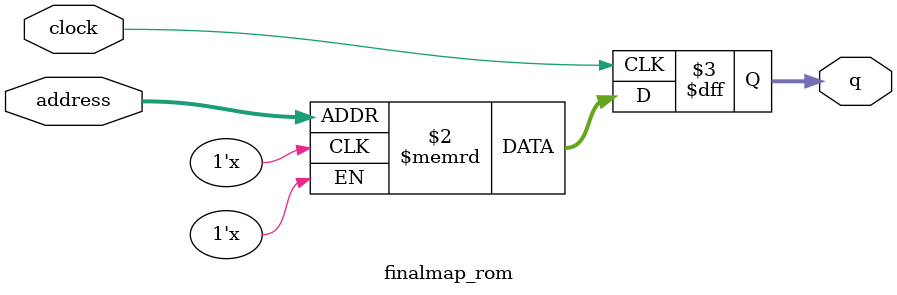
<source format=sv>
module finalmap_rom (
	input logic clock,
	input logic [16:0] address,
	output logic [1:0] q
);

logic [1:0] memory [0:76799] /* synthesis ram_init_file = "./finalmap/finalmap.mif" */;

always_ff @ (posedge clock) begin
	q <= memory[address];
end

endmodule

</source>
